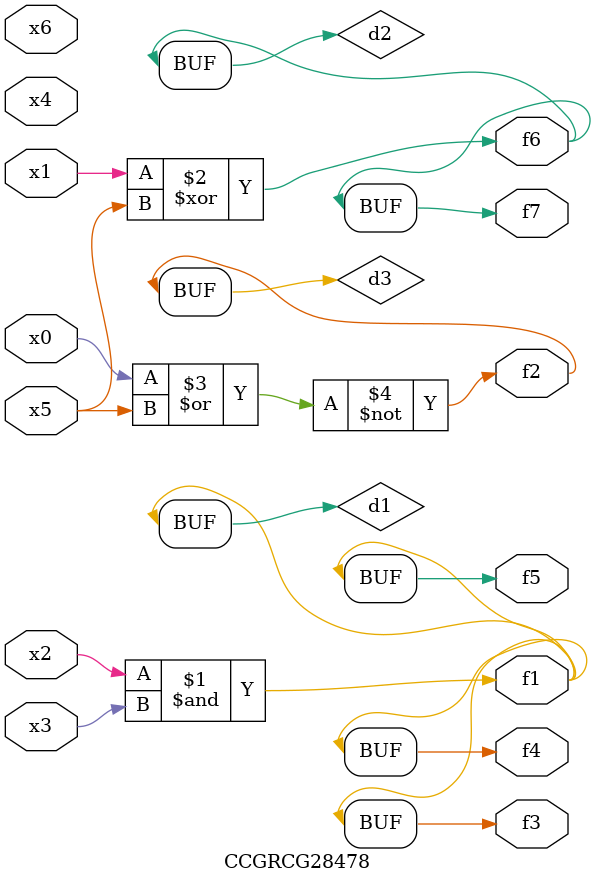
<source format=v>
module CCGRCG28478(
	input x0, x1, x2, x3, x4, x5, x6,
	output f1, f2, f3, f4, f5, f6, f7
);

	wire d1, d2, d3;

	and (d1, x2, x3);
	xor (d2, x1, x5);
	nor (d3, x0, x5);
	assign f1 = d1;
	assign f2 = d3;
	assign f3 = d1;
	assign f4 = d1;
	assign f5 = d1;
	assign f6 = d2;
	assign f7 = d2;
endmodule

</source>
